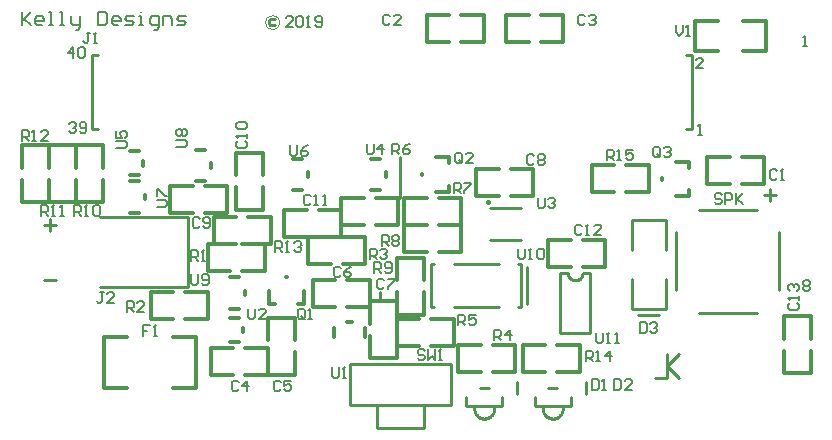
<source format=gto>
*%FSLAX23Y23*%
*%MOIN*%
G01*
%ADD11C,0.000*%
%ADD12C,0.001*%
%ADD13C,0.002*%
%ADD14C,0.004*%
%ADD15C,0.005*%
%ADD16C,0.006*%
%ADD17C,0.007*%
%ADD18C,0.007*%
%ADD19C,0.008*%
%ADD20C,0.010*%
%ADD21C,0.012*%
%ADD22C,0.015*%
%ADD23C,0.024*%
%ADD24C,0.025*%
%ADD25C,0.028*%
%ADD26C,0.029*%
%ADD27C,0.032*%
%ADD28C,0.035*%
%ADD29C,0.039*%
%ADD30C,0.040*%
%ADD31C,0.043*%
%ADD32C,0.047*%
%ADD33C,0.047*%
%ADD34C,0.047*%
%ADD35C,0.048*%
%ADD36C,0.051*%
%ADD37C,0.051*%
%ADD38C,0.052*%
%ADD39C,0.060*%
%ADD40C,0.062*%
%ADD41C,0.064*%
%ADD42C,0.066*%
%ADD43C,0.067*%
%ADD44O,0.080X0.024*%
%ADD45O,0.084X0.028*%
%ADD46C,0.115*%
%ADD47C,0.135*%
%ADD48C,0.236*%
%ADD49C,0.240*%
%ADD50R,0.023X0.050*%
%ADD51R,0.027X0.054*%
%ADD52R,0.037X0.014*%
%ADD53R,0.039X0.055*%
%ADD54R,0.040X0.083*%
%ADD55R,0.041X0.018*%
%ADD56R,0.043X0.059*%
%ADD57R,0.044X0.087*%
%ADD58R,0.050X0.023*%
%ADD59R,0.050X0.060*%
%ADD60R,0.051X0.075*%
%ADD61R,0.054X0.027*%
%ADD62R,0.054X0.064*%
%ADD63R,0.055X0.039*%
%ADD64R,0.055X0.079*%
%ADD65R,0.057X0.012*%
%ADD66R,0.059X0.043*%
%ADD67R,0.060X0.050*%
%ADD68R,0.060X0.060*%
%ADD69R,0.061X0.016*%
%ADD70R,0.064X0.054*%
%ADD71R,0.064X0.064*%
%ADD72R,0.070X0.098*%
%ADD73R,0.070X0.138*%
%ADD74R,0.074X0.102*%
%ADD75R,0.074X0.142*%
%ADD76R,0.079X0.079*%
%ADD77R,0.080X0.040*%
%ADD78R,0.083X0.083*%
%ADD79R,0.084X0.044*%
D14*
X9411Y8686D02*
X9411Y8683D01*
X9410Y8679D01*
X9409Y8676D01*
X9407Y8673D01*
X9405Y8670D01*
X9402Y8668D01*
X9400Y8666D01*
X9396Y8665D01*
X9393Y8664D01*
X9390Y8663D01*
X9386D01*
X9383Y8664D01*
X9380Y8665D01*
X9376Y8666D01*
X9374Y8668D01*
X9371Y8670D01*
X9369Y8673D01*
X9367Y8676D01*
X9366Y8679D01*
X9365Y8683D01*
X9365Y8686D01*
X9365Y8689D01*
X9366Y8693D01*
X9367Y8696D01*
X9369Y8699D01*
X9371Y8702D01*
X9374Y8704D01*
X9376Y8706D01*
X9380Y8707D01*
X9383Y8708D01*
X9386Y8709D01*
X9390D01*
X9393Y8708D01*
X9396Y8707D01*
X9400Y8706D01*
X9402Y8704D01*
X9405Y8702D01*
X9407Y8699D01*
X9409Y8696D01*
X9410Y8693D01*
X9411Y8689D01*
X9411Y8686D01*
X9411Y8683D01*
X9410Y8679D01*
X9409Y8676D01*
X9407Y8673D01*
X9405Y8670D01*
X9402Y8668D01*
X9400Y8666D01*
X9396Y8665D01*
X9393Y8664D01*
X9390Y8663D01*
X9386D01*
X9383Y8664D01*
X9380Y8665D01*
X9376Y8666D01*
X9374Y8668D01*
X9371Y8670D01*
X9369Y8673D01*
X9367Y8676D01*
X9366Y8679D01*
X9365Y8683D01*
X9365Y8686D01*
X9365Y8689D01*
X9366Y8693D01*
X9367Y8696D01*
X9369Y8699D01*
X9371Y8702D01*
X9374Y8704D01*
X9376Y8706D01*
X9380Y8707D01*
X9383Y8708D01*
X9386Y8709D01*
X9390D01*
X9393Y8708D01*
X9396Y8707D01*
X9400Y8706D01*
X9402Y8704D01*
X9405Y8702D01*
X9407Y8699D01*
X9409Y8696D01*
X9410Y8693D01*
X9411Y8689D01*
X9411Y8686D01*
D16*
X9433Y8671D02*
X9456D01*
X9433D02*
X9456Y8694D01*
Y8700D01*
X9450Y8706D01*
X9439D01*
X9433Y8700D01*
X9468D02*
X9474Y8706D01*
X9485D01*
X9491Y8700D01*
Y8677D01*
X9485Y8671D01*
X9474D01*
X9468Y8677D01*
Y8700D01*
X9503Y8671D02*
X9515D01*
X9509D01*
Y8706D01*
X9510D01*
X9509D02*
X9503Y8700D01*
X9532Y8677D02*
X9538Y8671D01*
X9550D01*
X9555Y8677D01*
Y8700D01*
X9550Y8706D01*
X9538D01*
X9532Y8700D01*
Y8694D01*
X9538Y8688D01*
X9555D01*
X11158Y7820D02*
X11164Y7826D01*
X11175D01*
X11181Y7820D01*
Y7814D01*
X11175Y7808D01*
X11181Y7803D01*
Y7797D01*
X11175Y7791D01*
X11164D01*
X11158Y7797D01*
Y7803D01*
X11164Y7808D01*
X11158Y7814D01*
Y7820D01*
X11164Y7808D02*
X11175D01*
X10820Y8311D02*
X10808D01*
X10814D02*
X10820D01*
X10814D02*
Y8346D01*
X10815D01*
X10814D02*
X10808Y8340D01*
X8553Y8676D02*
Y8721D01*
Y8691D02*
Y8676D01*
Y8691D02*
X8583Y8721D01*
X8560Y8698D01*
X8583Y8676D01*
X8605D02*
X8620D01*
X8605D02*
X8598Y8683D01*
Y8698D01*
X8605Y8706D01*
X8620D01*
X8628Y8698D01*
Y8691D01*
X8598D01*
X8643Y8676D02*
X8658D01*
X8650D01*
Y8721D01*
X8643D01*
X8680Y8676D02*
X8695D01*
X8688D01*
Y8721D01*
X8680D01*
X8718Y8706D02*
Y8683D01*
X8725Y8676D01*
X8748D01*
Y8669D01*
X8740Y8661D01*
X8733D01*
X8748Y8676D02*
Y8706D01*
X8808Y8721D02*
Y8676D01*
X8830D01*
X8838Y8683D01*
Y8713D01*
X8830Y8721D01*
X8808D01*
X8860Y8676D02*
X8875D01*
X8860D02*
X8853Y8683D01*
Y8698D01*
X8860Y8706D01*
X8875D01*
X8883Y8698D01*
Y8691D01*
X8853D01*
X8898Y8676D02*
X8920D01*
X8928Y8683D01*
X8920Y8691D01*
X8905D01*
X8898Y8698D01*
X8905Y8706D01*
X8928D01*
X8943Y8676D02*
X8958D01*
X8950D01*
Y8706D01*
X8943D01*
X8950Y8721D02*
X8951D01*
X8995Y8661D02*
X9003D01*
X9010Y8669D01*
Y8706D01*
X8988D01*
X8980Y8698D01*
Y8683D01*
X8988Y8676D01*
X9010D01*
X9025D02*
Y8706D01*
X9048D01*
X9055Y8698D01*
Y8676D01*
X9070D02*
X9093D01*
X9100Y8683D01*
X9093Y8691D01*
X9078D01*
X9070Y8698D01*
X9078Y8706D01*
X9100D01*
X8723Y8602D02*
Y8567D01*
X8706Y8584D02*
X8723Y8602D01*
X8729Y8584D02*
X8706D01*
X8741Y8596D02*
X8747Y8602D01*
X8758D01*
X8764Y8596D01*
Y8573D01*
X8758Y8567D01*
X8747D01*
X8741Y8573D01*
Y8596D01*
X8717Y8352D02*
X8711Y8346D01*
X8717Y8352D02*
X8728D01*
X8734Y8346D01*
Y8340D01*
X8735D01*
X8734D02*
X8735D01*
X8734D02*
X8735D01*
X8734D02*
X8728Y8334D01*
X8723D01*
X8728D01*
X8734Y8329D01*
Y8323D01*
X8728Y8317D01*
X8717D01*
X8711Y8323D01*
X8746D02*
X8752Y8317D01*
X8763D01*
X8769Y8323D01*
Y8346D01*
X8763Y8352D01*
X8752D01*
X8746Y8346D01*
Y8340D01*
X8752Y8334D01*
X8769D01*
X10801Y8532D02*
X10824D01*
X10801D02*
X10824Y8555D01*
Y8561D01*
X10818Y8567D01*
X10807D01*
X10801Y8561D01*
X11158Y8606D02*
X11170D01*
X11164D01*
Y8641D01*
X11165D01*
X11164D02*
X11158Y8635D01*
X8553Y8326D02*
Y8291D01*
Y8326D02*
X8570D01*
X8576Y8320D01*
Y8308D01*
X8570Y8303D01*
X8553D01*
X8565D02*
X8576Y8291D01*
X8588D02*
X8600D01*
X8594D01*
Y8326D01*
X8595D01*
X8594D02*
X8588Y8320D01*
X8617Y8291D02*
X8640D01*
X8617D02*
X8640Y8314D01*
Y8320D01*
X8635Y8326D01*
X8623D01*
X8617Y8320D01*
X8618Y8076D02*
Y8041D01*
Y8076D02*
X8635D01*
X8641Y8070D01*
Y8058D01*
X8635Y8053D01*
X8618D01*
X8630D02*
X8641Y8041D01*
X8653D02*
X8665D01*
X8659D01*
Y8076D01*
X8660D01*
X8659D02*
X8653Y8070D01*
X8682Y8041D02*
X8694D01*
X8688D01*
Y8076D01*
X8689D01*
X8688D02*
X8682Y8070D01*
X8728Y8076D02*
Y8041D01*
Y8076D02*
X8745D01*
X8751Y8070D01*
Y8058D01*
X8745Y8053D01*
X8728D01*
X8740D02*
X8751Y8041D01*
X8763D02*
X8775D01*
X8769D01*
Y8076D01*
X8770D01*
X8769D02*
X8763Y8070D01*
X8792D02*
X8798Y8076D01*
X8810D01*
X8815Y8070D01*
Y8047D01*
X8810Y8041D01*
X8798D01*
X8792Y8047D01*
Y8070D01*
X8868Y8266D02*
X8897D01*
X8903Y8272D01*
Y8283D01*
X8897Y8289D01*
X8868D01*
Y8301D02*
Y8324D01*
Y8301D02*
X8886D01*
X8880Y8313D01*
Y8318D01*
X8886Y8324D01*
X8897D01*
X8903Y8318D01*
Y8307D01*
X8897Y8301D01*
X10503Y8261D02*
Y8226D01*
Y8261D02*
X10520D01*
X10526Y8255D01*
Y8243D01*
X10520Y8238D01*
X10503D01*
X10515D02*
X10526Y8226D01*
X10538D02*
X10550D01*
X10544D01*
Y8261D01*
X10545D01*
X10544D02*
X10538Y8255D01*
X10567Y8261D02*
X10590D01*
X10567D02*
Y8243D01*
X10579Y8249D01*
X10585D01*
X10590Y8243D01*
Y8232D01*
X10585Y8226D01*
X10573D01*
X10567Y8232D01*
X10733Y8653D02*
Y8676D01*
Y8653D02*
X10745Y8641D01*
X10756Y8653D01*
Y8676D01*
X10768Y8641D02*
X10780D01*
X10774D01*
Y8676D01*
X10775D01*
X10774D02*
X10768Y8670D01*
X10431Y8705D02*
X10425Y8711D01*
X10414D01*
X10408Y8705D01*
Y8682D01*
X10414Y8676D01*
X10425D01*
X10431Y8682D01*
X10443Y8705D02*
X10449Y8711D01*
X10460D01*
X10466Y8705D01*
Y8699D01*
X10467D01*
X10466D02*
X10467D01*
X10466D02*
X10467D01*
X10466D02*
X10460Y8693D01*
X10455D01*
X10460D01*
X10466Y8688D01*
Y8682D01*
X10460Y8676D01*
X10449D01*
X10443Y8682D01*
X9781Y8705D02*
X9775Y8711D01*
X9764D01*
X9758Y8705D01*
Y8682D01*
X9764Y8676D01*
X9775D01*
X9781Y8682D01*
X9793Y8676D02*
X9816D01*
X9793D02*
X9816Y8699D01*
Y8705D01*
X9810Y8711D01*
X9799D01*
X9793Y8705D01*
X9890Y7596D02*
X9896Y7590D01*
X9890Y7596D02*
X9879D01*
X9873Y7590D01*
Y7584D01*
X9879Y7578D01*
X9890D01*
X9896Y7573D01*
Y7567D01*
X9890Y7561D01*
X9879D01*
X9873Y7567D01*
X9908Y7561D02*
Y7596D01*
X9920Y7573D02*
X9908Y7561D01*
X9920Y7573D02*
X9931Y7561D01*
Y7596D01*
X9943Y7561D02*
X9955D01*
X9949D01*
Y7596D01*
X9950D01*
X9949D02*
X9943Y7590D01*
X10453Y7496D02*
Y7461D01*
X10470D01*
X10476Y7467D01*
Y7490D01*
X10470Y7496D01*
X10453D01*
X10488Y7461D02*
X10500D01*
X10494D01*
Y7496D01*
X10495D01*
X10494D02*
X10488Y7490D01*
X10128Y7626D02*
Y7661D01*
X10145D01*
X10151Y7655D01*
Y7643D01*
X10145Y7638D01*
X10128D01*
X10140D02*
X10151Y7626D01*
X10180D02*
Y7661D01*
X10163Y7643D01*
X10186D01*
X10433Y7591D02*
Y7556D01*
Y7591D02*
X10450D01*
X10456Y7585D01*
Y7573D01*
X10450Y7568D01*
X10433D01*
X10445D02*
X10456Y7556D01*
X10468D02*
X10480D01*
X10474D01*
Y7591D01*
X10475D01*
X10474D02*
X10468Y7585D01*
X10515Y7591D02*
Y7556D01*
X10497Y7573D02*
X10515Y7591D01*
X10520Y7573D02*
X10497D01*
X10528Y7496D02*
Y7461D01*
X10545D01*
X10551Y7467D01*
Y7490D01*
X10545Y7496D01*
X10528D01*
X10563Y7461D02*
X10586D01*
X10563D02*
X10586Y7484D01*
Y7490D01*
X10580Y7496D01*
X10569D01*
X10563Y7490D01*
X11108Y7743D02*
X11114Y7749D01*
X11108Y7743D02*
Y7732D01*
X11114Y7726D01*
X11137D01*
X11143Y7732D01*
Y7743D01*
X11137Y7749D01*
X11143Y7761D02*
Y7773D01*
Y7767D01*
X11108D01*
X11109D01*
X11108D02*
X11114Y7761D01*
Y7790D02*
X11108Y7796D01*
Y7808D01*
X11114Y7813D01*
X11120D01*
X11121D01*
X11120D02*
X11121D01*
X11120D02*
X11121D01*
X11120D02*
X11126Y7808D01*
Y7802D01*
Y7808D01*
X11131Y7813D01*
X11137D01*
X11143Y7808D01*
Y7796D01*
X11137Y7790D01*
X10886Y8110D02*
X10880Y8116D01*
X10869D01*
X10863Y8110D01*
Y8104D01*
X10869Y8098D01*
X10880D01*
X10886Y8093D01*
Y8087D01*
X10880Y8081D01*
X10869D01*
X10863Y8087D01*
X10898Y8081D02*
Y8116D01*
X10915D01*
X10921Y8110D01*
Y8098D01*
X10915Y8093D01*
X10898D01*
X10933Y8081D02*
Y8116D01*
Y8093D02*
Y8081D01*
Y8093D02*
X10956Y8116D01*
X10939Y8098D01*
X10956Y8081D01*
X11065Y8196D02*
X11071Y8190D01*
X11065Y8196D02*
X11054D01*
X11048Y8190D01*
Y8167D01*
X11054Y8161D01*
X11065D01*
X11071Y8167D01*
X11083Y8161D02*
X11095D01*
X11089D01*
Y8196D01*
X11090D01*
X11089D02*
X11083Y8190D01*
X8781Y8651D02*
X8770D01*
X8775D01*
Y8622D01*
X8770Y8616D01*
X8764D01*
X8758Y8622D01*
X8793Y8616D02*
X8805D01*
X8799D01*
Y8651D01*
X8800D01*
X8799D02*
X8793Y8645D01*
X10681Y8265D02*
Y8242D01*
Y8265D02*
X10675Y8271D01*
X10664D01*
X10658Y8265D01*
Y8242D01*
X10664Y8236D01*
X10675D01*
X10681D02*
X10670Y8248D01*
X10675Y8236D02*
X10681Y8242D01*
X10693Y8265D02*
X10699Y8271D01*
X10710D01*
X10716Y8265D01*
Y8259D01*
X10717D01*
X10716D02*
X10717D01*
X10716D02*
X10717D01*
X10716D02*
X10710Y8253D01*
X10705D01*
X10710D01*
X10716Y8248D01*
Y8242D01*
X10710Y8236D01*
X10699D01*
X10693Y8242D01*
X10613Y7686D02*
Y7651D01*
X10630D01*
X10636Y7657D01*
Y7680D01*
X10630Y7686D01*
X10613D01*
X10648Y7680D02*
X10654Y7686D01*
X10665D01*
X10671Y7680D01*
Y7674D01*
X10672D01*
X10671D02*
X10672D01*
X10671D02*
X10672D01*
X10671D02*
X10665Y7668D01*
X10660D01*
X10665D01*
X10671Y7663D01*
Y7657D01*
X10665Y7651D01*
X10654D01*
X10648Y7657D01*
X10421Y8005D02*
X10415Y8011D01*
X10404D01*
X10398Y8005D01*
Y7982D01*
X10404Y7976D01*
X10415D01*
X10421Y7982D01*
X10433Y7976D02*
X10445D01*
X10439D01*
Y8011D01*
X10440D01*
X10439D02*
X10433Y8005D01*
X10462Y7976D02*
X10485D01*
X10462D02*
X10485Y7999D01*
Y8005D01*
X10480Y8011D01*
X10468D01*
X10462Y8005D01*
X10468Y7651D02*
Y7622D01*
X10474Y7616D01*
X10485D01*
X10491Y7622D01*
Y7651D01*
X10503Y7616D02*
X10515D01*
X10509D01*
Y7651D01*
X10510D01*
X10509D02*
X10503Y7645D01*
X10532Y7616D02*
X10544D01*
X10538D01*
Y7651D01*
X10539D01*
X10538D02*
X10532Y7645D01*
X10208Y7902D02*
Y7931D01*
Y7902D02*
X10214Y7896D01*
X10225D01*
X10231Y7902D01*
Y7931D01*
X10243Y7896D02*
X10255D01*
X10249D01*
Y7931D01*
X10250D01*
X10249D02*
X10243Y7925D01*
X10272D02*
X10278Y7931D01*
X10290D01*
X10295Y7925D01*
Y7902D01*
X10290Y7896D01*
X10278D01*
X10272Y7902D01*
Y7925D01*
X10273Y8072D02*
Y8101D01*
Y8072D02*
X10279Y8066D01*
X10290D01*
X10296Y8072D01*
Y8101D01*
X10308Y8095D02*
X10314Y8101D01*
X10325D01*
X10331Y8095D01*
Y8089D01*
X10332D01*
X10331D02*
X10332D01*
X10331D02*
X10332D01*
X10331D02*
X10325Y8083D01*
X10320D01*
X10325D01*
X10331Y8078D01*
Y8072D01*
X10325Y8066D01*
X10314D01*
X10308Y8072D01*
X10261Y8240D02*
X10255Y8246D01*
X10244D01*
X10238Y8240D01*
Y8217D01*
X10244Y8211D01*
X10255D01*
X10261Y8217D01*
X10273Y8240D02*
X10279Y8246D01*
X10290D01*
X10296Y8240D01*
Y8234D01*
X10290Y8228D01*
X10296Y8223D01*
Y8217D01*
X10290Y8211D01*
X10279D01*
X10273Y8217D01*
Y8223D01*
X10279Y8228D01*
X10273Y8234D01*
Y8240D01*
X10279Y8228D02*
X10290D01*
X10021Y8222D02*
Y8245D01*
X10015Y8251D01*
X10004D01*
X9998Y8245D01*
Y8222D01*
X10004Y8216D01*
X10015D01*
X10021D02*
X10010Y8228D01*
X10015Y8216D02*
X10021Y8222D01*
X10033Y8216D02*
X10056D01*
X10033D02*
X10056Y8239D01*
Y8245D01*
X10050Y8251D01*
X10039D01*
X10033Y8245D01*
X9448Y8247D02*
Y8276D01*
Y8247D02*
X9454Y8241D01*
X9465D01*
X9471Y8247D01*
Y8276D01*
X9495Y8270D02*
X9506Y8276D01*
X9495Y8270D02*
X9483Y8258D01*
Y8247D01*
X9489Y8241D01*
X9500D01*
X9506Y8247D01*
Y8253D01*
X9500Y8258D01*
X9483D01*
X9610Y7871D02*
X9616Y7865D01*
X9610Y7871D02*
X9599D01*
X9593Y7865D01*
Y7842D01*
X9599Y7836D01*
X9610D01*
X9616Y7842D01*
X9640Y7865D02*
X9651Y7871D01*
X9640Y7865D02*
X9628Y7853D01*
Y7842D01*
X9634Y7836D01*
X9645D01*
X9651Y7842D01*
Y7848D01*
X9645Y7853D01*
X9628D01*
X9588Y7536D02*
Y7507D01*
X9594Y7501D01*
X9605D01*
X9611Y7507D01*
Y7536D01*
X9623Y7501D02*
X9635D01*
X9629D01*
Y7536D01*
X9630D01*
X9629D02*
X9623Y7530D01*
X9761Y7825D02*
X9755Y7831D01*
X9744D01*
X9738Y7825D01*
Y7802D01*
X9744Y7796D01*
X9755D01*
X9761Y7802D01*
X9773Y7831D02*
X9796D01*
Y7825D01*
X9773Y7802D01*
Y7796D01*
X10008Y7711D02*
Y7676D01*
Y7711D02*
X10025D01*
X10031Y7705D01*
Y7693D01*
X10025Y7688D01*
X10008D01*
X10020D02*
X10031Y7676D01*
X10043Y7711D02*
X10066D01*
X10043D02*
Y7693D01*
X10055Y7699D01*
X10060D01*
X10066Y7693D01*
Y7682D01*
X10060Y7676D01*
X10049D01*
X10043Y7682D01*
X9728Y7851D02*
Y7886D01*
X9745D01*
X9751Y7880D01*
Y7868D01*
X9745Y7863D01*
X9728D01*
X9740D02*
X9751Y7851D01*
X9763Y7857D02*
X9769Y7851D01*
X9780D01*
X9786Y7857D01*
Y7880D01*
X9780Y7886D01*
X9769D01*
X9763Y7880D01*
Y7874D01*
X9769Y7868D01*
X9786D01*
X9753Y7941D02*
Y7976D01*
X9770D01*
X9776Y7970D01*
Y7958D01*
X9770Y7953D01*
X9753D01*
X9765D02*
X9776Y7941D01*
X9788Y7970D02*
X9794Y7976D01*
X9805D01*
X9811Y7970D01*
Y7964D01*
X9805Y7958D01*
X9811Y7953D01*
Y7947D01*
X9805Y7941D01*
X9794D01*
X9788Y7947D01*
Y7953D01*
X9794Y7958D01*
X9788Y7964D01*
Y7970D01*
X9794Y7958D02*
X9805D01*
X9993Y8116D02*
Y8151D01*
X10010D01*
X10016Y8145D01*
Y8133D01*
X10010Y8128D01*
X9993D01*
X10005D02*
X10016Y8116D01*
X10028Y8151D02*
X10051D01*
Y8145D01*
X10028Y8122D01*
Y8116D01*
X9703Y8252D02*
Y8281D01*
Y8252D02*
X9709Y8246D01*
X9720D01*
X9726Y8252D01*
Y8281D01*
X9755D02*
Y8246D01*
X9738Y8263D02*
X9755Y8281D01*
X9761Y8263D02*
X9738D01*
X9788Y8246D02*
Y8281D01*
X9805D01*
X9811Y8275D01*
Y8263D01*
X9805Y8258D01*
X9788D01*
X9800D02*
X9811Y8246D01*
X9835Y8275D02*
X9846Y8281D01*
X9835Y8275D02*
X9823Y8263D01*
Y8252D01*
X9829Y8246D01*
X9840D01*
X9846Y8252D01*
Y8258D01*
X9840Y8263D01*
X9823D01*
X9516Y8105D02*
X9510Y8111D01*
X9499D01*
X9493Y8105D01*
Y8082D01*
X9499Y8076D01*
X9510D01*
X9516Y8082D01*
X9528Y8076D02*
X9540D01*
X9534D01*
Y8111D01*
X9535D01*
X9534D02*
X9528Y8105D01*
X9557Y8076D02*
X9569D01*
X9563D01*
Y8111D01*
X9564D01*
X9563D02*
X9557Y8105D01*
X9713Y7931D02*
Y7896D01*
Y7931D02*
X9730D01*
X9736Y7925D01*
Y7913D01*
X9730Y7908D01*
X9713D01*
X9725D02*
X9736Y7896D01*
X9748Y7925D02*
X9754Y7931D01*
X9765D01*
X9771Y7925D01*
Y7919D01*
X9772D01*
X9771D02*
X9772D01*
X9771D02*
X9772D01*
X9771D02*
X9765Y7913D01*
X9760D01*
X9765D01*
X9771Y7908D01*
Y7902D01*
X9765Y7896D01*
X9754D01*
X9748Y7902D01*
X9496Y7725D02*
Y7702D01*
Y7725D02*
X9490Y7731D01*
X9479D01*
X9473Y7725D01*
Y7702D01*
X9479Y7696D01*
X9490D01*
X9496D02*
X9485Y7708D01*
X9490Y7696D02*
X9496Y7702D01*
X9508Y7696D02*
X9520D01*
X9514D01*
Y7731D01*
X9515D01*
X9514D02*
X9508Y7725D01*
X9118Y7817D02*
Y7846D01*
Y7817D02*
X9124Y7811D01*
X9135D01*
X9141Y7817D01*
Y7846D01*
X9153Y7817D02*
X9159Y7811D01*
X9170D01*
X9176Y7817D01*
Y7840D01*
X9170Y7846D01*
X9159D01*
X9153Y7840D01*
Y7834D01*
X9159Y7828D01*
X9176D01*
X9410Y7491D02*
X9416Y7485D01*
X9410Y7491D02*
X9399D01*
X9393Y7485D01*
Y7462D01*
X9399Y7456D01*
X9410D01*
X9416Y7462D01*
X9428Y7491D02*
X9451D01*
X9428D02*
Y7473D01*
X9440Y7479D01*
X9445D01*
X9451Y7473D01*
Y7462D01*
X9445Y7456D01*
X9434D01*
X9428Y7462D01*
X9276Y7485D02*
X9270Y7491D01*
X9259D01*
X9253Y7485D01*
Y7462D01*
X9259Y7456D01*
X9270D01*
X9276Y7462D01*
X9305Y7456D02*
Y7491D01*
X9288Y7473D01*
X9311D01*
X9308Y7702D02*
Y7731D01*
Y7702D02*
X9314Y7696D01*
X9325D01*
X9331Y7702D01*
Y7731D01*
X9343Y7696D02*
X9366D01*
X9343D02*
X9366Y7719D01*
Y7725D01*
X9360Y7731D01*
X9349D01*
X9343Y7725D01*
X9118Y7891D02*
Y7926D01*
X9135D01*
X9141Y7920D01*
Y7908D01*
X9135Y7903D01*
X9118D01*
X9130D02*
X9141Y7891D01*
X9153D02*
X9165D01*
X9159D01*
Y7926D01*
X9160D01*
X9159D02*
X9153Y7920D01*
X9398Y7921D02*
Y7956D01*
X9415D01*
X9421Y7950D01*
Y7938D01*
X9415Y7933D01*
X9398D01*
X9410D02*
X9421Y7921D01*
X9433D02*
X9445D01*
X9439D01*
Y7956D01*
X9440D01*
X9439D02*
X9433Y7950D01*
X9462D02*
X9468Y7956D01*
X9480D01*
X9485Y7950D01*
Y7944D01*
X9486D01*
X9485D02*
X9486D01*
X9485D02*
X9486D01*
X9485D02*
X9480Y7938D01*
X9474D01*
X9480D01*
X9485Y7933D01*
Y7927D01*
X9480Y7921D01*
X9468D01*
X9462Y7927D01*
X9268Y8283D02*
X9274Y8289D01*
X9268Y8283D02*
Y8272D01*
X9274Y8266D01*
X9297D01*
X9303Y8272D01*
Y8283D01*
X9297Y8289D01*
X9303Y8301D02*
Y8313D01*
Y8307D01*
X9268D01*
X9269D01*
X9268D02*
X9274Y8301D01*
Y8330D02*
X9268Y8336D01*
Y8348D01*
X9274Y8353D01*
X9297D01*
X9303Y8348D01*
Y8336D01*
X9297Y8330D01*
X9274D01*
X9097Y8271D02*
X9068D01*
X9097D02*
X9103Y8277D01*
Y8288D01*
X9097Y8294D01*
X9068D01*
X9074Y8306D02*
X9068Y8312D01*
Y8323D01*
X9074Y8329D01*
X9080D01*
X9086Y8323D01*
X9091Y8329D01*
X9097D01*
X9103Y8323D01*
Y8312D01*
X9097Y8306D01*
X9091D01*
X9086Y8312D01*
X9080Y8306D01*
X9074D01*
X9086Y8312D02*
Y8323D01*
X9140Y8036D02*
X9146Y8030D01*
X9140Y8036D02*
X9129D01*
X9123Y8030D01*
Y8007D01*
X9129Y8001D01*
X9140D01*
X9146Y8007D01*
X9158D02*
X9164Y8001D01*
X9175D01*
X9181Y8007D01*
Y8030D01*
X9175Y8036D01*
X9164D01*
X9158Y8030D01*
Y8024D01*
X9164Y8018D01*
X9181D01*
X9032Y8071D02*
X9003D01*
X9032D02*
X9038Y8077D01*
Y8088D01*
X9032Y8094D01*
X9003D01*
Y8106D02*
Y8129D01*
X9009D01*
X9032Y8106D01*
X9038D01*
X8826Y7786D02*
X8815D01*
X8820D01*
Y7757D01*
X8815Y7751D01*
X8809D01*
X8803Y7757D01*
X8838Y7751D02*
X8861D01*
X8838D02*
X8861Y7774D01*
Y7780D01*
X8855Y7786D01*
X8844D01*
X8838Y7780D01*
X8903Y7756D02*
Y7721D01*
Y7756D02*
X8920D01*
X8926Y7750D01*
Y7738D01*
X8920Y7733D01*
X8903D01*
X8915D02*
X8926Y7721D01*
X8938D02*
X8961D01*
X8938D02*
X8961Y7744D01*
Y7750D01*
X8955Y7756D01*
X8944D01*
X8938Y7750D01*
X8958Y7676D02*
X8981D01*
X8958D02*
Y7658D01*
X8970D01*
X8958D01*
Y7641D01*
X8993D02*
X9005D01*
X8999D01*
Y7676D01*
X9000D01*
X8999D02*
X8993Y7670D01*
D20*
X9748Y7761D02*
Y7786D01*
X9813Y8101D02*
Y8236D01*
X8668Y8011D02*
X8628D01*
X8648Y8031D02*
Y7991D01*
X8628Y7826D02*
X8668D01*
X9382Y8696D02*
X9397D01*
X9382D02*
X9377Y8691D01*
Y8681D01*
X9382Y8676D01*
X9397D01*
X9895Y7408D02*
Y7333D01*
X9737D02*
Y7408D01*
X9649Y7411D02*
Y7546D01*
X9984D02*
Y7411D01*
X9895Y7333D02*
X9737D01*
X9649Y7411D02*
X9984D01*
Y7546D02*
X9649D01*
X10062Y7397D02*
X10062Y7394D01*
X10063Y7390D01*
X10063Y7387D01*
X10065Y7384D01*
X10066Y7381D01*
X10068Y7378D01*
X10070Y7375D01*
X10073Y7373D01*
X10075Y7371D01*
X10078Y7369D01*
X10081Y7367D01*
X10085Y7366D01*
X10088Y7365D01*
X10091Y7364D01*
X10095Y7364D01*
X10098Y7364D01*
X10102Y7365D01*
X10105Y7366D01*
X10108Y7367D01*
X10111Y7369D01*
X10114Y7371D01*
X10117Y7373D01*
X10119Y7375D01*
X10122Y7378D01*
X10123Y7381D01*
X10125Y7384D01*
X10126Y7387D01*
X10127Y7390D01*
X10128Y7394D01*
X10128Y7397D01*
X10155Y7407D02*
Y7437D01*
X10035D02*
Y7407D01*
X10205Y7447D02*
Y7487D01*
X10062Y7407D02*
Y7392D01*
X10128Y7397D02*
Y7407D01*
X10155D02*
X10035D01*
X10080Y7467D02*
X10110D01*
X10290Y7397D02*
X10290Y7394D01*
X10291Y7390D01*
X10292Y7387D01*
X10293Y7384D01*
X10295Y7381D01*
X10296Y7378D01*
X10299Y7375D01*
X10301Y7373D01*
X10304Y7371D01*
X10307Y7369D01*
X10310Y7367D01*
X10313Y7366D01*
X10316Y7365D01*
X10320Y7364D01*
X10323Y7364D01*
X10327Y7364D01*
X10330Y7365D01*
X10333Y7366D01*
X10337Y7367D01*
X10340Y7369D01*
X10343Y7371D01*
X10345Y7373D01*
X10348Y7375D01*
X10350Y7378D01*
X10352Y7381D01*
X10353Y7384D01*
X10355Y7387D01*
X10355Y7390D01*
X10356Y7394D01*
X10356Y7397D01*
X10383Y7407D02*
Y7437D01*
X10263D02*
Y7407D01*
X10433Y7447D02*
Y7487D01*
X10290Y7407D02*
Y7392D01*
X10356Y7397D02*
Y7407D01*
X10383D02*
X10263D01*
X10308Y7467D02*
X10338D01*
X10703Y7501D02*
Y7581D01*
Y7501D02*
X10663D01*
X10703Y7541D02*
X10743Y7501D01*
X10703Y7541D02*
X10743Y7581D01*
X11028Y8111D02*
X11068D01*
X11048Y8091D02*
Y8131D01*
X10735Y7986D02*
Y7793D01*
X11078D02*
Y7986D01*
X11003Y8060D02*
X10810D01*
Y7718D02*
X11003D01*
X8786Y8330D02*
Y8575D01*
X10786D02*
Y8330D01*
X8806D02*
X8786D01*
Y8575D02*
X8806D01*
X10766D02*
X10786D01*
Y8330D02*
X10766D01*
X10700Y8026D02*
Y7925D01*
X10586D02*
Y8026D01*
Y7830D02*
Y7731D01*
X10700D02*
Y7829D01*
Y8026D02*
X10586D01*
Y7731D02*
X10700D01*
X10678Y7711D02*
X10608D01*
X10423Y7851D02*
X10423Y7848D01*
X10422Y7845D01*
X10421Y7841D01*
X10420Y7838D01*
X10418Y7836D01*
X10416Y7833D01*
X10413Y7831D01*
X10410Y7829D01*
X10408Y7828D01*
X10404Y7827D01*
X10401Y7826D01*
X10398Y7826D01*
X10395Y7826D01*
X10392Y7827D01*
X10388Y7828D01*
X10386Y7829D01*
X10383Y7831D01*
X10380Y7833D01*
X10378Y7836D01*
X10376Y7838D01*
X10375Y7841D01*
X10374Y7845D01*
X10373Y7848D01*
X10373Y7851D01*
X10348D02*
Y7651D01*
X10448D02*
Y7851D01*
Y7651D02*
X10348D01*
X10423Y7851D02*
X10448D01*
X10373D02*
X10348D01*
X10218Y7881D02*
Y7736D01*
X9918D02*
Y7881D01*
X10238Y7871D02*
Y7746D01*
X10218Y7736D02*
X10208D01*
Y7881D02*
X10218D01*
X10143D02*
X9993D01*
Y7736D02*
X10143D01*
X9928D02*
X9918D01*
Y7881D02*
X9928D01*
X10103Y8091D02*
X10111D01*
Y8083D01*
X10103D01*
Y8091D01*
X10113Y7961D02*
X10218D01*
Y8066D02*
X10113D01*
X9108Y8036D02*
X8814Y8036D01*
X9108Y8036D02*
Y7804D01*
X8815D01*
D21*
X8553Y8201D02*
Y8276D01*
X8643D02*
Y8201D01*
Y8161D02*
Y8086D01*
X8553D02*
Y8161D01*
Y8276D02*
X8643D01*
Y8086D02*
X8553D01*
X8643Y8201D02*
Y8276D01*
X8733D02*
Y8201D01*
Y8161D02*
Y8086D01*
X8643D02*
Y8161D01*
Y8276D02*
X8733D01*
Y8086D02*
X8643D01*
X8733Y8201D02*
Y8276D01*
X8823D02*
Y8201D01*
Y8161D02*
Y8086D01*
X8733D02*
Y8161D01*
Y8276D02*
X8823D01*
Y8086D02*
X8733D01*
X8957Y8208D02*
Y8223D01*
X8943Y8256D02*
X8913D01*
Y8176D02*
X8943D01*
X10643Y8211D02*
Y8121D01*
X10453D02*
Y8211D01*
X10568D02*
X10643D01*
Y8121D02*
X10568D01*
X10528D02*
X10453D01*
Y8211D02*
X10528D01*
X10798Y8591D02*
Y8691D01*
X11033D02*
Y8591D01*
X10873Y8691D02*
X10798D01*
Y8591D02*
X10873D01*
X10958D02*
X11033D01*
Y8691D02*
X10958D01*
X10168Y8711D02*
Y8621D01*
X10358D02*
Y8711D01*
X10243D02*
X10168D01*
Y8621D02*
X10243D01*
X10283D02*
X10358D01*
Y8711D02*
X10283D01*
X9903D02*
Y8621D01*
X10093D02*
Y8711D01*
X9978D02*
X9903D01*
Y8621D02*
X9978D01*
X10018D02*
X10093D01*
Y8711D02*
X10018D01*
X10198Y7611D02*
Y7521D01*
X10008D02*
Y7611D01*
X10123D02*
X10198D01*
Y7521D02*
X10123D01*
X10083D02*
X10008D01*
Y7611D02*
X10083D01*
X10413D02*
Y7521D01*
X10223D02*
Y7611D01*
X10338D02*
X10413D01*
Y7521D02*
X10338D01*
X10298D02*
X10223D01*
Y7611D02*
X10298D01*
X11093Y7706D02*
X11183D01*
Y7516D02*
X11093D01*
Y7631D02*
Y7706D01*
X11183D02*
Y7631D01*
Y7591D02*
Y7516D01*
X11093D02*
Y7591D01*
X11028Y8146D02*
Y8236D01*
X10838D02*
Y8146D01*
X10953Y8236D02*
X11028D01*
Y8146D02*
X10953D01*
X10913D02*
X10838D01*
Y8236D02*
X10913D01*
X10778Y8221D02*
Y8201D01*
X10688Y8166D02*
Y8161D01*
X10778Y8126D02*
Y8106D01*
Y8221D02*
X10733D01*
Y8106D02*
X10778D01*
X10498Y7961D02*
Y7871D01*
X10308D02*
Y7961D01*
X10423D02*
X10498D01*
Y7871D02*
X10423D01*
X10383D02*
X10308D01*
Y7961D02*
X10383D01*
X10258Y8106D02*
Y8196D01*
X10068D02*
Y8106D01*
X10183Y8196D02*
X10258D01*
Y8106D02*
X10183D01*
X10143D02*
X10068D01*
Y8196D02*
X10143D01*
X9978Y8216D02*
Y8236D01*
X9888Y8181D02*
Y8176D01*
X9978Y8141D02*
Y8121D01*
Y8236D02*
X9933D01*
Y8121D02*
X9978D01*
X9508Y8171D02*
Y8186D01*
X9488Y8126D02*
X9458D01*
Y8231D02*
X9488D01*
X9523Y7826D02*
Y7736D01*
X9713D02*
Y7826D01*
X9598Y7736D02*
X9523D01*
Y7826D02*
X9598D01*
X9638D02*
X9713D01*
Y7736D02*
X9638D01*
X9593Y7666D02*
Y7636D01*
X9698D02*
Y7666D01*
X9653Y7686D02*
X9638D01*
X9713Y7681D02*
Y7756D01*
X9803D02*
Y7681D01*
Y7641D02*
Y7566D01*
X9713D02*
Y7641D01*
Y7756D02*
X9803D01*
Y7566D02*
X9713D01*
X9993Y7606D02*
Y7696D01*
X9803D02*
Y7606D01*
X9918Y7696D02*
X9993D01*
Y7606D02*
X9918D01*
X9878D02*
X9803D01*
Y7696D02*
X9878D01*
X9803Y7826D02*
Y7901D01*
X9893D02*
Y7826D01*
Y7786D02*
Y7711D01*
X9803D02*
Y7786D01*
Y7901D02*
X9893D01*
Y7711D02*
X9803D01*
X10018Y7921D02*
Y8011D01*
X9828D02*
Y7921D01*
X9943Y8011D02*
X10018D01*
Y7921D02*
X9943D01*
X9903D02*
X9828D01*
Y8011D02*
X9903D01*
X10018D02*
Y8101D01*
X9828D02*
Y8011D01*
X9943Y8101D02*
X10018D01*
Y8011D02*
X9943D01*
X9903D02*
X9828D01*
Y8101D02*
X9903D01*
X9768Y8171D02*
Y8186D01*
X9748Y8126D02*
X9718D01*
Y8231D02*
X9748D01*
X9808Y8101D02*
Y8011D01*
X9618D02*
Y8101D01*
X9733D02*
X9808D01*
Y8011D02*
X9733D01*
X9693D02*
X9618D01*
Y8101D02*
X9693D01*
X9428Y8061D02*
Y7971D01*
X9618D02*
Y8061D01*
X9503Y7971D02*
X9428D01*
Y8061D02*
X9503D01*
X9543D02*
X9618D01*
Y7971D02*
X9543D01*
X9698D02*
Y7881D01*
X9508D02*
Y7971D01*
X9623D02*
X9698D01*
Y7881D02*
X9623D01*
X9583D02*
X9508D01*
Y7971D02*
X9583D01*
X9493Y7791D02*
Y7746D01*
X9378D02*
Y7791D01*
X9473Y7746D02*
X9493D01*
X9438Y7836D02*
X9433D01*
X9398Y7746D02*
X9378D01*
X9298Y7776D02*
Y7791D01*
X9278Y7731D02*
X9248D01*
Y7836D02*
X9278D01*
X9373Y7701D02*
Y7626D01*
X9463D02*
Y7701D01*
Y7586D02*
Y7511D01*
X9373D02*
Y7586D01*
Y7701D02*
X9463D01*
Y7511D02*
X9373D01*
Y7601D01*
X9183D02*
Y7511D01*
X9298Y7601D02*
X9373D01*
Y7511D02*
X9298D01*
X9258D02*
X9183D01*
Y7601D02*
X9258D01*
X9292Y7653D02*
Y7668D01*
X9278Y7701D02*
X9248D01*
Y7621D02*
X9278D01*
X9363Y7856D02*
Y7946D01*
X9173D02*
Y7856D01*
X9288Y7946D02*
X9363D01*
Y7856D02*
X9288D01*
X9248D02*
X9173D01*
Y7946D02*
X9248D01*
X9383D02*
Y8036D01*
X9193D02*
Y7946D01*
X9308Y8036D02*
X9383D01*
Y7946D02*
X9308D01*
X9268D02*
X9193D01*
Y8036D02*
X9268D01*
Y8176D02*
Y8251D01*
X9358D02*
Y8176D01*
Y8136D02*
Y8061D01*
X9268D02*
Y8136D01*
Y8251D02*
X9358D01*
Y8061D02*
X9268D01*
X9183Y8201D02*
Y8216D01*
X9163Y8156D02*
X9133D01*
Y8261D02*
X9163D01*
X9238Y8141D02*
Y8051D01*
X9048D02*
Y8141D01*
X9163D02*
X9238D01*
Y8051D02*
X9163D01*
X9123D02*
X9048D01*
Y8141D02*
X9123D01*
X8963Y8111D02*
Y8096D01*
X8943Y8051D02*
X8913D01*
Y8156D02*
X8943D01*
X9173Y7786D02*
Y7696D01*
X8983D02*
Y7786D01*
X9098D02*
X9173D01*
Y7696D02*
X9098D01*
X9058D02*
X8983D01*
Y7786D02*
X9058D01*
X8828Y7636D02*
Y7466D01*
X9133D02*
Y7636D01*
X8903D02*
X8828D01*
X9058D02*
X9133D01*
X8903Y7466D02*
X8828D01*
X9058D02*
X9133D01*
D02*
M02*

</source>
